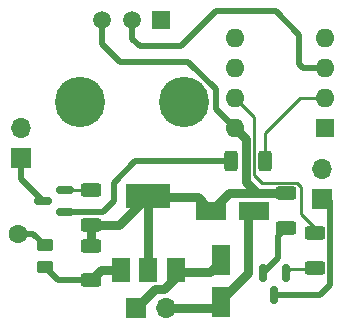
<source format=gtl>
G04 #@! TF.GenerationSoftware,KiCad,Pcbnew,8.0.5*
G04 #@! TF.CreationDate,2024-10-02T19:17:24-04:00*
G04 #@! TF.ProjectId,pcb_chip,7063625f-6368-4697-902e-6b696361645f,rev?*
G04 #@! TF.SameCoordinates,Original*
G04 #@! TF.FileFunction,Copper,L1,Top*
G04 #@! TF.FilePolarity,Positive*
%FSLAX46Y46*%
G04 Gerber Fmt 4.6, Leading zero omitted, Abs format (unit mm)*
G04 Created by KiCad (PCBNEW 8.0.5) date 2024-10-02 19:17:24*
%MOMM*%
%LPD*%
G01*
G04 APERTURE LIST*
G04 Aperture macros list*
%AMRoundRect*
0 Rectangle with rounded corners*
0 $1 Rounding radius*
0 $2 $3 $4 $5 $6 $7 $8 $9 X,Y pos of 4 corners*
0 Add a 4 corners polygon primitive as box body*
4,1,4,$2,$3,$4,$5,$6,$7,$8,$9,$2,$3,0*
0 Add four circle primitives for the rounded corners*
1,1,$1+$1,$2,$3*
1,1,$1+$1,$4,$5*
1,1,$1+$1,$6,$7*
1,1,$1+$1,$8,$9*
0 Add four rect primitives between the rounded corners*
20,1,$1+$1,$2,$3,$4,$5,0*
20,1,$1+$1,$4,$5,$6,$7,0*
20,1,$1+$1,$6,$7,$8,$9,0*
20,1,$1+$1,$8,$9,$2,$3,0*%
G04 Aperture macros list end*
G04 #@! TA.AperFunction,ComponentPad*
%ADD10R,1.600000X1.600000*%
G04 #@! TD*
G04 #@! TA.AperFunction,ComponentPad*
%ADD11O,1.600000X1.600000*%
G04 #@! TD*
G04 #@! TA.AperFunction,SMDPad,CuDef*
%ADD12RoundRect,0.250000X0.312500X0.625000X-0.312500X0.625000X-0.312500X-0.625000X0.312500X-0.625000X0*%
G04 #@! TD*
G04 #@! TA.AperFunction,SMDPad,CuDef*
%ADD13RoundRect,0.150000X-0.150000X0.587500X-0.150000X-0.587500X0.150000X-0.587500X0.150000X0.587500X0*%
G04 #@! TD*
G04 #@! TA.AperFunction,SMDPad,CuDef*
%ADD14RoundRect,0.250000X-0.625000X0.312500X-0.625000X-0.312500X0.625000X-0.312500X0.625000X0.312500X0*%
G04 #@! TD*
G04 #@! TA.AperFunction,SMDPad,CuDef*
%ADD15RoundRect,0.250000X0.625000X-0.312500X0.625000X0.312500X-0.625000X0.312500X-0.625000X-0.312500X0*%
G04 #@! TD*
G04 #@! TA.AperFunction,SMDPad,CuDef*
%ADD16RoundRect,0.250000X-1.050000X-0.550000X1.050000X-0.550000X1.050000X0.550000X-1.050000X0.550000X0*%
G04 #@! TD*
G04 #@! TA.AperFunction,SMDPad,CuDef*
%ADD17RoundRect,0.250000X0.450000X-0.262500X0.450000X0.262500X-0.450000X0.262500X-0.450000X-0.262500X0*%
G04 #@! TD*
G04 #@! TA.AperFunction,ComponentPad*
%ADD18R,1.500000X1.500000*%
G04 #@! TD*
G04 #@! TA.AperFunction,ComponentPad*
%ADD19C,1.500000*%
G04 #@! TD*
G04 #@! TA.AperFunction,ComponentPad*
%ADD20C,4.260000*%
G04 #@! TD*
G04 #@! TA.AperFunction,ComponentPad*
%ADD21R,1.700000X1.700000*%
G04 #@! TD*
G04 #@! TA.AperFunction,ComponentPad*
%ADD22O,1.700000X1.700000*%
G04 #@! TD*
G04 #@! TA.AperFunction,SMDPad,CuDef*
%ADD23RoundRect,0.150000X0.587500X0.150000X-0.587500X0.150000X-0.587500X-0.150000X0.587500X-0.150000X0*%
G04 #@! TD*
G04 #@! TA.AperFunction,SMDPad,CuDef*
%ADD24RoundRect,0.250000X-0.550000X1.050000X-0.550000X-1.050000X0.550000X-1.050000X0.550000X1.050000X0*%
G04 #@! TD*
G04 #@! TA.AperFunction,SMDPad,CuDef*
%ADD25R,1.500000X2.000000*%
G04 #@! TD*
G04 #@! TA.AperFunction,SMDPad,CuDef*
%ADD26R,3.800000X2.000000*%
G04 #@! TD*
G04 #@! TA.AperFunction,ViaPad*
%ADD27C,1.600000*%
G04 #@! TD*
G04 #@! TA.AperFunction,Conductor*
%ADD28C,0.500000*%
G04 #@! TD*
G04 #@! TA.AperFunction,Conductor*
%ADD29C,0.750000*%
G04 #@! TD*
G04 #@! TA.AperFunction,Conductor*
%ADD30C,0.250000*%
G04 #@! TD*
G04 APERTURE END LIST*
D10*
X141173200Y-90932000D03*
D11*
X141173200Y-88392000D03*
X141173200Y-85852000D03*
X141173200Y-83312000D03*
X133553200Y-83312000D03*
X133553200Y-85852000D03*
X133553200Y-88392000D03*
X133553200Y-90932000D03*
D12*
X136133300Y-93726000D03*
X133208300Y-93726000D03*
D13*
X137856000Y-103202500D03*
X135956000Y-103202500D03*
X136906000Y-105077500D03*
D14*
X137922000Y-96429100D03*
X137922000Y-99354100D03*
D15*
X121412000Y-99125500D03*
X121412000Y-96200500D03*
D16*
X131550000Y-97917000D03*
X135150000Y-97917000D03*
D14*
X140309600Y-99832700D03*
X140309600Y-102757700D03*
D17*
X117449600Y-102664900D03*
X117449600Y-100839900D03*
D15*
X121412000Y-103824500D03*
X121412000Y-100899500D03*
D18*
X127341000Y-81755000D03*
D19*
X124841000Y-81755000D03*
X122341000Y-81755000D03*
D20*
X129241000Y-88755000D03*
X120441000Y-88755000D03*
D21*
X115417600Y-93477000D03*
D22*
X115417600Y-90937000D03*
D21*
X140970000Y-96906000D03*
D22*
X140970000Y-94366000D03*
D21*
X125171200Y-106172000D03*
D22*
X127711200Y-106172000D03*
D23*
X119149100Y-98028800D03*
X119149100Y-96128800D03*
X117274100Y-97078800D03*
D24*
X132384800Y-102086000D03*
X132384800Y-105686000D03*
D25*
X123938000Y-102972000D03*
X126238000Y-102972000D03*
D26*
X126238000Y-96672000D03*
D25*
X128538000Y-102972000D03*
D27*
X115163600Y-99872800D03*
D28*
X136906000Y-105077500D02*
X140794500Y-105077500D01*
X137210800Y-101947700D02*
X137210800Y-100065300D01*
X141634600Y-104237400D02*
X141634600Y-97133800D01*
X135956000Y-103202500D02*
X137210800Y-101947700D01*
X140794500Y-105077500D02*
X141634600Y-104237400D01*
X137210800Y-100065300D02*
X137922000Y-99354100D01*
X141634600Y-97133800D02*
X140970000Y-96469200D01*
D29*
X134467600Y-95453200D02*
X135443500Y-96429100D01*
X135443500Y-96429100D02*
X136438100Y-96429100D01*
X121412000Y-100899500D02*
X121412000Y-99125500D01*
D28*
X122341000Y-83783800D02*
X122341000Y-81755000D01*
X131927600Y-87630000D02*
X129590800Y-85293200D01*
D29*
X134467600Y-91846400D02*
X134467600Y-95453200D01*
X133553200Y-90576400D02*
X133553200Y-90932000D01*
D28*
X133146800Y-90525600D02*
X131927600Y-89306400D01*
D29*
X130407000Y-96774000D02*
X126340000Y-96774000D01*
X133037900Y-96429100D02*
X136438100Y-96429100D01*
X131550000Y-97917000D02*
X133037900Y-96429100D01*
X136438100Y-96429100D02*
X137922000Y-96429100D01*
X123784500Y-99125500D02*
X121412000Y-99125500D01*
X133604000Y-90525600D02*
X133553200Y-90576400D01*
X126340000Y-96774000D02*
X126238000Y-96672000D01*
X126238000Y-96672000D02*
X123784500Y-99125500D01*
D28*
X131927600Y-89306400D02*
X131927600Y-87630000D01*
D29*
X133553200Y-90932000D02*
X134467600Y-91846400D01*
D28*
X129590800Y-85293200D02*
X123850400Y-85293200D01*
X123850400Y-85293200D02*
X122341000Y-83783800D01*
D29*
X131550000Y-97917000D02*
X130407000Y-96774000D01*
D28*
X133604000Y-90525600D02*
X133146800Y-90525600D01*
D29*
X126238000Y-96672000D02*
X126238000Y-102972000D01*
D28*
X115417600Y-95222300D02*
X117274100Y-97078800D01*
X115417600Y-93477000D02*
X115417600Y-95222300D01*
D30*
X140197300Y-102870000D02*
X140309600Y-102757700D01*
X138188500Y-102870000D02*
X140197300Y-102870000D01*
X137856000Y-103202500D02*
X138188500Y-102870000D01*
X119149100Y-96128800D02*
X121340300Y-96128800D01*
X121340300Y-96128800D02*
X121412000Y-96200500D01*
D28*
X122392400Y-98028800D02*
X123291600Y-97129600D01*
X119149100Y-98028800D02*
X122392400Y-98028800D01*
X123291600Y-95554800D02*
X125120400Y-93726000D01*
X125120400Y-93726000D02*
X133208300Y-93726000D01*
X123291600Y-97129600D02*
X123291600Y-95554800D01*
D30*
X119441000Y-98219500D02*
X119441000Y-98171500D01*
D29*
X128538000Y-103572000D02*
X128538000Y-102972000D01*
X128668000Y-103102000D02*
X131419600Y-103102000D01*
X131419600Y-103102000D02*
X132435600Y-102086000D01*
X126796200Y-104547000D02*
X127563000Y-104547000D01*
X127563000Y-104547000D02*
X128538000Y-103572000D01*
X128538000Y-102972000D02*
X128668000Y-103102000D01*
X125171200Y-106172000D02*
X126796200Y-104547000D01*
X121412000Y-103824500D02*
X122264500Y-102972000D01*
X122264500Y-102972000D02*
X123938000Y-102972000D01*
D28*
X121371900Y-103784400D02*
X121412000Y-103824500D01*
X117449600Y-102664900D02*
X118569100Y-103784400D01*
X118569100Y-103784400D02*
X121371900Y-103784400D01*
D30*
X133553200Y-87884000D02*
X133553200Y-88392000D01*
X135167600Y-94883200D02*
X135826000Y-95541600D01*
X135826000Y-95541600D02*
X138785173Y-95541600D01*
X139122000Y-98228000D02*
X140309600Y-99415600D01*
X139122000Y-95878427D02*
X139122000Y-98228000D01*
X133553200Y-88392000D02*
X135167600Y-90006400D01*
X138785173Y-95541600D02*
X139122000Y-95878427D01*
X140309600Y-99415600D02*
X140309600Y-99832700D01*
X135167600Y-90006400D02*
X135167600Y-94883200D01*
D29*
X134670800Y-103225600D02*
X134670800Y-98396200D01*
D28*
X116482500Y-99872800D02*
X117449600Y-100839900D01*
X115163600Y-99872800D02*
X116482500Y-99872800D01*
D29*
X134670800Y-98396200D02*
X135150000Y-97917000D01*
X131724400Y-106172000D02*
X134670800Y-103225600D01*
X127711200Y-106172000D02*
X131724400Y-106172000D01*
D30*
X136133300Y-93726000D02*
X136133300Y-91323700D01*
X139065000Y-88392000D02*
X141173200Y-88392000D01*
X136133300Y-91323700D02*
X139065000Y-88392000D01*
D28*
X132000000Y-81000000D02*
X137000000Y-81000000D01*
X139000000Y-83000000D02*
X139000000Y-85500000D01*
X129000000Y-84000000D02*
X132000000Y-81000000D01*
X139000000Y-85500000D02*
X139352000Y-85852000D01*
X137000000Y-81000000D02*
X139000000Y-83000000D01*
X124841000Y-83341000D02*
X125500000Y-84000000D01*
X124841000Y-81755000D02*
X124841000Y-83341000D01*
X125500000Y-84000000D02*
X129000000Y-84000000D01*
X139352000Y-85852000D02*
X141173200Y-85852000D01*
M02*

</source>
